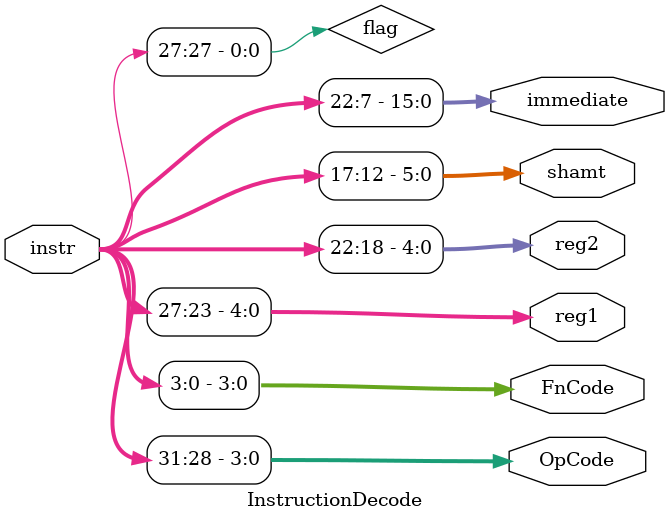
<source format=v>
`timescale 1ns / 1ps
module InstructionDecode(
	  input [31:0] instr,
	  output [3:0] OpCode,
	  output [3:0] FnCode,
	  output [4:0] reg1,
	  output [4:0] reg2,
	  output [5:0] shamt,
	  output [15:0] immediate
    );
	 
	
	assign OpCode = instr[31:28];
	assign FnCode = instr[3:0];
	assign flag = instr[27];
	assign immediate = instr[22:7];
	assign reg1 = instr[27:23];
	assign reg2 = instr[22:18];
	assign shamt = instr[17:12];
	

endmodule

</source>
